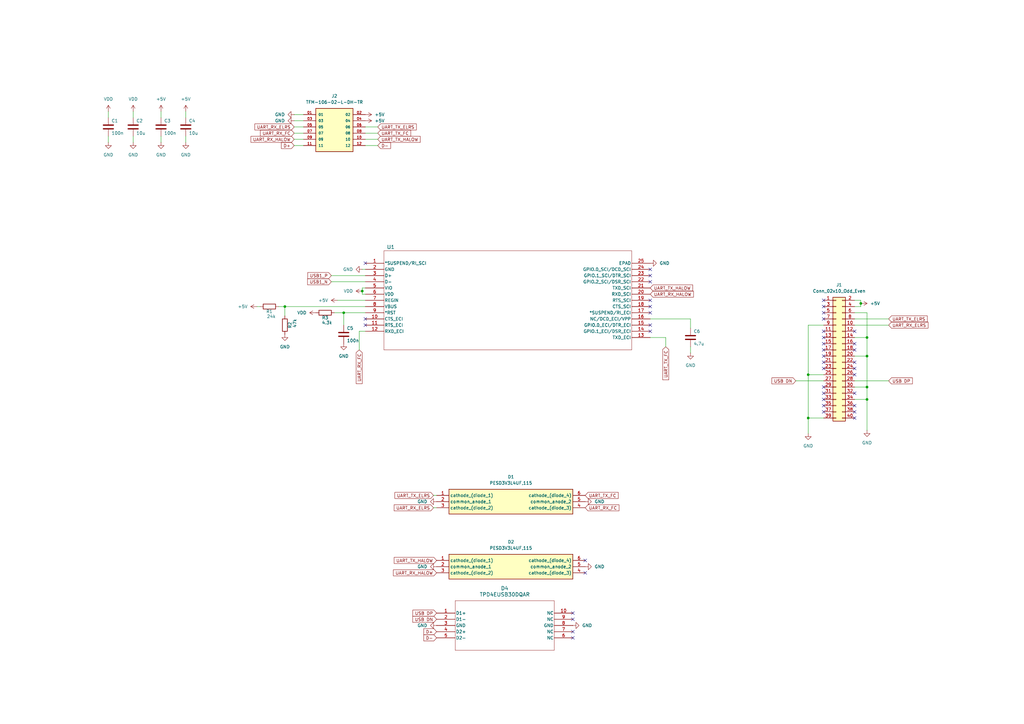
<source format=kicad_sch>
(kicad_sch (version 20231120) (generator "eeschema") (generator_version "8.0")
  (paper "A3")
  (title_block (title "UART_HUB") (date "2024-08-16") (rev "V1.1") (company "UART_HUB"))
  (lib_symbols
    (symbol "+3.3V_4" (power) (pin_names (offset 0))
      (property "Value" "+3.3V" (at 0 3.556 0))
      (symbol "+3.3V_4_0_1"
        (polyline (pts (xy -0.762 1.27) (xy 0 2.54)))
        (polyline (pts (xy 0 0) (xy 0 2.54)))
        (polyline (pts (xy 0 2.54) (xy 0.762 1.27)))
      )
      (symbol "+3.3V_4_1_1"
        (pin power_in line (at 0 0 90) (length 0) hide (name "+3.3V") (number "1"))
      )
    )
    (symbol "CP2105:CP2105-F01-GM" (pin_names (offset 0.254))
      (property "Reference" "U1" (at 58.42 10.16 0))
      (property "Value" "CP2105-F01-GM" (at 58.42 7.62 0))
      (symbol "CP2105-F01-GM_0_1"
        (polyline (pts (xy 7.62 -35.56) (xy 109.22 -35.56)) (stroke (width 0.127)))
        (polyline (pts (xy 7.62 5.08) (xy 7.62 -35.56)) (stroke (width 0.127)))
        (polyline (pts (xy 109.22 -35.56) (xy 109.22 5.08)) (stroke (width 0.127)))
        (polyline (pts (xy 109.22 5.08) (xy 7.62 5.08)) (stroke (width 0.127)))
        (pin bidirectional line (at 0 0 0) (length 7.62) (name "*SUSPEND/RI_SCI") (number "1"))
        (pin input line (at 0 -22.86 0) (length 7.62) (name "CTS_ECI") (number "10"))
        (pin output line (at 0 -25.4 0) (length 7.62) (name "RTS_ECI") (number "11"))
        (pin input line (at 0 -27.94 0) (length 7.62) (name "RXD_ECI") (number "12"))
        (pin output line (at 116.84 -30.48 180) (length 7.62) (name "TXD_ECI") (number "13"))
        (pin bidirectional line (at 116.84 -27.94 180) (length 7.62) (name "GPIO.1_ECI/DSR_ECI") (number "14"))
        (pin bidirectional line (at 116.84 -25.4 180) (length 7.62) (name "GPIO.0_ECI/DTR_ECI") (number "15"))
        (pin bidirectional line (at 116.84 -22.86 180) (length 7.62) (name "NC/DCD_ECI/VPP") (number "16"))
        (pin bidirectional line (at 116.84 -20.32 180) (length 7.62) (name "*SUSPEND/RI_ECI") (number "17"))
        (pin input line (at 116.84 -17.78 180) (length 7.62) (name "CTS_SCI") (number "18"))
        (pin output line (at 116.84 -15.24 180) (length 7.62) (name "RTS_SCI") (number "19"))
        (pin power_in line (at 0 -2.54 0) (length 7.62) (name "GND") (number "2"))
        (pin input line (at 116.84 -12.7 180) (length 7.62) (name "RXD_SCI") (number "20"))
        (pin output line (at 116.84 -10.16 180) (length 7.62) (name "TXD_SCI") (number "21"))
        (pin bidirectional line (at 116.84 -7.62 180) (length 7.62) (name "GPIO.2_SCI/DSR_SCI") (number "22"))
        (pin bidirectional line (at 116.84 -5.08 180) (length 7.62) (name "GPIO.1_SCI/DTR_SCI") (number "23"))
        (pin bidirectional line (at 116.84 -2.54 180) (length 7.62) (name "GPIO.0_SCI/DCD_SCI") (number "24"))
        (pin bidirectional line (at 0 -5.08 0) (length 7.62) (name "D+") (number "3"))
        (pin bidirectional line (at 0 -7.62 0) (length 7.62) (name "D-") (number "4"))
        (pin bidirectional line (at 0 -10.16 0) (length 7.62) (name "VIO") (number "5"))
        (pin power_in line (at 0 -12.7 0) (length 7.62) (name "VDD") (number "6"))
        (pin input line (at 0 -15.24 0) (length 7.62) (name "REGIN") (number "7"))
        (pin input line (at 0 -17.78 0) (length 7.62) (name "VBUS") (number "8"))
        (pin bidirectional line (at 0 -20.32 0) (length 7.62) (name "*RST") (number "9"))
      )
      (symbol "CP2105-F01-GM_1_1"
        (pin passive line (at 116.84 0 180) (length 7.62) (name "EPAD") (number "25"))
      )
    )
    (symbol "C_1" (pin_numbers hide) (pin_names (offset 0.254) hide)
      (property "Reference" "C" (at 0.635 2.54 0))
      (property "Value" "C" (at 0.635 -2.54 0))
      (symbol "C_1_0_1"
        (polyline (pts (xy -2.032 -0.762) (xy 2.032 -0.762)) (stroke (width 0.508)))
        (polyline (pts (xy -2.032 0.762) (xy 2.032 0.762)) (stroke (width 0.508)))
      )
      (symbol "C_1_1_1"
        (pin passive line (at 0 3.81 270) (length 2.794) (name "~") (number "1"))
        (pin passive line (at 0 -3.81 90) (length 2.794) (name "~") (number "2"))
      )
    )
    (symbol "C_2" (pin_numbers hide) (pin_names (offset 0.254) hide)
      (property "Reference" "C" (at 0.635 2.54 0))
      (property "Value" "C" (at 0.635 -2.54 0))
      (symbol "C_2_0_1"
        (polyline (pts (xy -2.032 -0.762) (xy 2.032 -0.762)) (stroke (width 0.508)))
        (polyline (pts (xy -2.032 0.762) (xy 2.032 0.762)) (stroke (width 0.508)))
      )
      (symbol "C_2_1_1"
        (pin passive line (at 0 3.81 270) (length 2.794) (name "~") (number "1"))
        (pin passive line (at 0 -3.81 90) (length 2.794) (name "~") (number "2"))
      )
    )
    (symbol "Connector_Generic:Conn_02x20_Odd_Even" (pin_names (offset 1.016) hide)
      (property "Reference" "J" (at 1.27 25.4 0))
      (property "Value" "Conn_02x20_Odd_Even" (at 1.27 -27.94 0))
      (symbol "Conn_02x20_Odd_Even_1_1"
        (rectangle (start -1.27 -25.273) (end 0 -25.527) (stroke (width 0.1524)))
        (rectangle (start -1.27 -22.733) (end 0 -22.987) (stroke (width 0.1524)))
        (rectangle (start -1.27 -20.193) (end 0 -20.447) (stroke (width 0.1524)))
        (rectangle (start -1.27 -17.653) (end 0 -17.907) (stroke (width 0.1524)))
        (rectangle (start -1.27 -15.113) (end 0 -15.367) (stroke (width 0.1524)))
        (rectangle (start -1.27 -12.573) (end 0 -12.827) (stroke (width 0.1524)))
        (rectangle (start -1.27 -10.033) (end 0 -10.287) (stroke (width 0.1524)))
        (rectangle (start -1.27 -7.493) (end 0 -7.747) (stroke (width 0.1524)))
        (rectangle (start -1.27 -4.953) (end 0 -5.207) (stroke (width 0.1524)))
        (rectangle (start -1.27 -2.413) (end 0 -2.667) (stroke (width 0.1524)))
        (rectangle (start -1.27 0.127) (end 0 -0.127) (stroke (width 0.1524)))
        (rectangle (start -1.27 2.667) (end 0 2.413) (stroke (width 0.1524)))
        (rectangle (start -1.27 5.207) (end 0 4.953) (stroke (width 0.1524)))
        (rectangle (start -1.27 7.747) (end 0 7.493) (stroke (width 0.1524)))
        (rectangle (start -1.27 10.287) (end 0 10.033) (stroke (width 0.1524)))
        (rectangle (start -1.27 12.827) (end 0 12.573) (stroke (width 0.1524)))
        (rectangle (start -1.27 15.367) (end 0 15.113) (stroke (width 0.1524)))
        (rectangle (start -1.27 17.907) (end 0 17.653) (stroke (width 0.1524)))
        (rectangle (start -1.27 20.447) (end 0 20.193) (stroke (width 0.1524)))
        (rectangle (start -1.27 22.987) (end 0 22.733) (stroke (width 0.1524)))
        (rectangle (start -1.27 24.13) (end 3.81 -26.67) (stroke (width 0.254)) (fill (type background)))
        (rectangle (start 3.81 -25.273) (end 2.54 -25.527) (stroke (width 0.1524)))
        (rectangle (start 3.81 -22.733) (end 2.54 -22.987) (stroke (width 0.1524)))
        (rectangle (start 3.81 -20.193) (end 2.54 -20.447) (stroke (width 0.1524)))
        (rectangle (start 3.81 -17.653) (end 2.54 -17.907) (stroke (width 0.1524)))
        (rectangle (start 3.81 -15.113) (end 2.54 -15.367) (stroke (width 0.1524)))
        (rectangle (start 3.81 -12.573) (end 2.54 -12.827) (stroke (width 0.1524)))
        (rectangle (start 3.81 -10.033) (end 2.54 -10.287) (stroke (width 0.1524)))
        (rectangle (start 3.81 -7.493) (end 2.54 -7.747) (stroke (width 0.1524)))
        (rectangle (start 3.81 -4.953) (end 2.54 -5.207) (stroke (width 0.1524)))
        (rectangle (start 3.81 -2.413) (end 2.54 -2.667) (stroke (width 0.1524)))
        (rectangle (start 3.81 0.127) (end 2.54 -0.127) (stroke (width 0.1524)))
        (rectangle (start 3.81 2.667) (end 2.54 2.413) (stroke (width 0.1524)))
        (rectangle (start 3.81 5.207) (end 2.54 4.953) (stroke (width 0.1524)))
        (rectangle (start 3.81 7.747) (end 2.54 7.493) (stroke (width 0.1524)))
        (rectangle (start 3.81 10.287) (end 2.54 10.033) (stroke (width 0.1524)))
        (rectangle (start 3.81 12.827) (end 2.54 12.573) (stroke (width 0.1524)))
        (rectangle (start 3.81 15.367) (end 2.54 15.113) (stroke (width 0.1524)))
        (rectangle (start 3.81 17.907) (end 2.54 17.653) (stroke (width 0.1524)))
        (rectangle (start 3.81 20.447) (end 2.54 20.193) (stroke (width 0.1524)))
        (rectangle (start 3.81 22.987) (end 2.54 22.733) (stroke (width 0.1524)))
        (pin passive line (at -5.08 22.86 0) (length 3.81) (name "Pin_1") (number "1"))
        (pin passive line (at 7.62 12.7 180) (length 3.81) (name "Pin_10") (number "10"))
        (pin passive line (at -5.08 10.16 0) (length 3.81) (name "Pin_11") (number "11"))
        (pin passive line (at 7.62 10.16 180) (length 3.81) (name "Pin_12") (number "12"))
        (pin passive line (at -5.08 7.62 0) (length 3.81) (name "Pin_13") (number "13"))
        (pin passive line (at 7.62 7.62 180) (length 3.81) (name "Pin_14") (number "14"))
        (pin passive line (at -5.08 5.08 0) (length 3.81) (name "Pin_15") (number "15"))
        (pin passive line (at 7.62 5.08 180) (length 3.81) (name "Pin_16") (number "16"))
        (pin passive line (at -5.08 2.54 0) (length 3.81) (name "Pin_17") (number "17"))
        (pin passive line (at 7.62 2.54 180) (length 3.81) (name "Pin_18") (number "18"))
        (pin passive line (at -5.08 0 0) (length 3.81) (name "Pin_19") (number "19"))
        (pin passive line (at 7.62 22.86 180) (length 3.81) (name "Pin_2") (number "2"))
        (pin passive line (at 7.62 0 180) (length 3.81) (name "Pin_20") (number "20"))
        (pin passive line (at -5.08 -2.54 0) (length 3.81) (name "Pin_21") (number "21"))
        (pin passive line (at 7.62 -2.54 180) (length 3.81) (name "Pin_22") (number "22"))
        (pin passive line (at -5.08 -5.08 0) (length 3.81) (name "Pin_23") (number "23"))
        (pin passive line (at 7.62 -5.08 180) (length 3.81) (name "Pin_24") (number "24"))
        (pin passive line (at -5.08 -7.62 0) (length 3.81) (name "Pin_25") (number "25"))
        (pin passive line (at 7.62 -7.62 180) (length 3.81) (name "Pin_26") (number "26"))
        (pin passive line (at -5.08 -10.16 0) (length 3.81) (name "Pin_27") (number "27"))
        (pin passive line (at 7.62 -10.16 180) (length 3.81) (name "Pin_28") (number "28"))
        (pin passive line (at -5.08 -12.7 0) (length 3.81) (name "Pin_29") (number "29"))
        (pin passive line (at -5.08 20.32 0) (length 3.81) (name "Pin_3") (number "3"))
        (pin passive line (at 7.62 -12.7 180) (length 3.81) (name "Pin_30") (number "30"))
        (pin passive line (at -5.08 -15.24 0) (length 3.81) (name "Pin_31") (number "31"))
        (pin passive line (at 7.62 -15.24 180) (length 3.81) (name "Pin_32") (number "32"))
        (pin passive line (at -5.08 -17.78 0) (length 3.81) (name "Pin_33") (number "33"))
        (pin passive line (at 7.62 -17.78 180) (length 3.81) (name "Pin_34") (number "34"))
        (pin passive line (at -5.08 -20.32 0) (length 3.81) (name "Pin_35") (number "35"))
        (pin passive line (at 7.62 -20.32 180) (length 3.81) (name "Pin_36") (number "36"))
        (pin passive line (at -5.08 -22.86 0) (length 3.81) (name "Pin_37") (number "37"))
        (pin passive line (at 7.62 -22.86 180) (length 3.81) (name "Pin_38") (number "38"))
        (pin passive line (at -5.08 -25.4 0) (length 3.81) (name "Pin_39") (number "39"))
        (pin passive line (at 7.62 20.32 180) (length 3.81) (name "Pin_4") (number "4"))
        (pin passive line (at 7.62 -25.4 180) (length 3.81) (name "Pin_40") (number "40"))
        (pin passive line (at -5.08 17.78 0) (length 3.81) (name "Pin_5") (number "5"))
        (pin passive line (at 7.62 17.78 180) (length 3.81) (name "Pin_6") (number "6"))
        (pin passive line (at -5.08 15.24 0) (length 3.81) (name "Pin_7") (number "7"))
        (pin passive line (at 7.62 15.24 180) (length 3.81) (name "Pin_8") (number "8"))
        (pin passive line (at -5.08 12.7 0) (length 3.81) (name "Pin_9") (number "9"))
      )
    )
    (symbol "Device:C" (pin_numbers hide) (pin_names (offset 0.254))
      (property "Reference" "C" (at 0.635 2.54 0))
      (property "Value" "C" (at 0.635 -2.54 0))
      (symbol "C_0_1"
        (polyline (pts (xy -2.032 -0.762) (xy 2.032 -0.762)) (stroke (width 0.508)))
        (polyline (pts (xy -2.032 0.762) (xy 2.032 0.762)) (stroke (width 0.508)))
      )
      (symbol "C_1_1"
        (pin passive line (at 0 3.81 270) (length 2.794) (name "~") (number "1"))
        (pin passive line (at 0 -3.81 90) (length 2.794) (name "~") (number "2"))
      )
    )
    (symbol "Device:R" (pin_numbers hide) (pin_names (offset 0))
      (property "Reference" "R" (at 2.032 0 90))
      (property "Value" "R" (at 0 0 90))
      (symbol "R_0_1"
        (rectangle (start -1.016 -2.54) (end 1.016 2.54) (stroke (width 0.254)))
      )
      (symbol "R_1_1"
        (pin passive line (at 0 3.81 270) (length 1.27) (name "~") (number "1"))
        (pin passive line (at 0 -3.81 90) (length 1.27) (name "~") (number "2"))
      )
    )
    (symbol "PESD3V3L4UF,115:PESD3V3L4UF,115"
      (property "Reference" "D" (at 57.15 7.62 0))
      (property "Value" "PESD3V3L4UF,115" (at 57.15 5.08 0))
      (symbol "PESD3V3L4UF,115_1_1"
        (rectangle (start 5.08 2.54) (end 55.88 -7.62) (stroke (width 0.254)) (fill (type background)))
        (pin passive line (at 0 0 0) (length 5.08) (name "cathode_(diode_1)") (number "1"))
        (pin passive line (at 0 -2.54 0) (length 5.08) (name "common_anode_1") (number "2"))
        (pin passive line (at 0 -5.08 0) (length 5.08) (name "cathode_(diode_2)") (number "3"))
        (pin passive line (at 60.96 -5.08 180) (length 5.08) (name "cathode_(diode_3)") (number "4"))
        (pin passive line (at 60.96 -2.54 180) (length 5.08) (name "common_anode_2") (number "5"))
        (pin passive line (at 60.96 0 180) (length 5.08) (name "cathode_(diode_4)") (number "6"))
      )
    )
    (symbol "TFM-106-02-L-DH-TR:TFM-106-02-L-DH-TR" (pin_names (offset 1.016))
      (property "Reference" "J" (at -8.12 8.736 0))
      (property "Value" "TFM-106-02-L-DH-TR" (at -7.62 -12.7 0))
      (symbol "TFM-106-02-L-DH-TR_0_0"
        (rectangle (start -7.62 -10.16) (end 7.62 7.62) (stroke (width 0.254)) (fill (type background)))
        (pin passive line (at -12.7 5.08 0) (length 5.08) (name "01") (number "01"))
        (pin passive line (at 12.7 5.08 180) (length 5.08) (name "02") (number "02"))
        (pin passive line (at -12.7 2.54 0) (length 5.08) (name "03") (number "03"))
        (pin passive line (at 12.7 2.54 180) (length 5.08) (name "04") (number "04"))
        (pin passive line (at -12.7 0 0) (length 5.08) (name "05") (number "05"))
        (pin passive line (at 12.7 0 180) (length 5.08) (name "06") (number "06"))
        (pin passive line (at -12.7 -2.54 0) (length 5.08) (name "07") (number "07"))
        (pin passive line (at 12.7 -2.54 180) (length 5.08) (name "08") (number "08"))
        (pin passive line (at -12.7 -5.08 0) (length 5.08) (name "09") (number "09"))
        (pin passive line (at 12.7 -5.08 180) (length 5.08) (name "10") (number "10"))
        (pin passive line (at -12.7 -7.62 0) (length 5.08) (name "11") (number "11"))
        (pin passive line (at 12.7 -7.62 180) (length 5.08) (name "12") (number "12"))
      )
    )
    (symbol "TPD4EUSB30DQAR:TPD4EUSB30DQAR" (pin_names (offset 0.254))
      (property "Reference" "U" (at 27.94 10.16 0))
      (property "Value" "TPD4EUSB30DQAR" (at 27.94 7.62 0))
      (symbol "TPD4EUSB30DQAR_0_1"
        (polyline (pts (xy 7.62 -15.24) (xy 48.26 -15.24)) (stroke (width 0.127)))
        (polyline (pts (xy 7.62 5.08) (xy 7.62 -15.24)) (stroke (width 0.127)))
        (polyline (pts (xy 48.26 -15.24) (xy 48.26 5.08)) (stroke (width 0.127)))
        (polyline (pts (xy 48.26 5.08) (xy 7.62 5.08)) (stroke (width 0.127)))
        (pin unspecified line (at 0 0 0) (length 7.62) (name "D1+") (number "1"))
        (pin unspecified line (at 55.88 0 180) (length 7.62) (name "NC") (number "10"))
        (pin unspecified line (at 0 -2.54 0) (length 7.62) (name "D1-") (number "2"))
        (pin power_in line (at 0 -5.08 0) (length 7.62) (name "GND") (number "3"))
        (pin unspecified line (at 0 -7.62 0) (length 7.62) (name "D2+") (number "4"))
        (pin unspecified line (at 0 -10.16 0) (length 7.62) (name "D2-") (number "5"))
        (pin unspecified line (at 55.88 -10.16 180) (length 7.62) (name "NC") (number "6"))
        (pin unspecified line (at 55.88 -7.62 180) (length 7.62) (name "NC") (number "7"))
        (pin power_in line (at 55.88 -5.08 180) (length 7.62) (name "GND") (number "8"))
        (pin unspecified line (at 55.88 -2.54 180) (length 7.62) (name "NC") (number "9"))
      )
    )
    (symbol "power:+5VD" (power) (pin_numbers hide) (pin_names (offset 0) hide)
      (property "Value" "+5VD" (at 0 3.556 0))
      (symbol "+5VD_0_1"
        (polyline (pts (xy -0.762 1.27) (xy 0 2.54)))
        (polyline (pts (xy 0 0) (xy 0 2.54)))
        (polyline (pts (xy 0 2.54) (xy 0.762 1.27)))
      )
      (symbol "+5VD_1_1"
        (pin power_in line (at 0 0 90) (length 0) (name "~") (number "1"))
      )
    )
    (symbol "power:GND" (power) (pin_numbers hide) (pin_names (offset 0) hide)
      (property "Value" "GND" (at 0 -3.81 0))
      (symbol "GND_0_1"
        (polyline (pts (xy 0 0) (xy 0 -1.27) (xy 1.27 -1.27) (xy 0 -2.54) (xy -1.27 -1.27) (xy 0 -1.27)))
      )
      (symbol "GND_1_1"
        (pin power_in line (at 0 0 270) (length 0) (name "~") (number "1"))
      )
    )
  )
  (junction (at 355.6 146.05))
  (junction (at 148.59 119.38))
  (junction (at 331.47 153.67))
  (junction (at 355.6 163.83))
  (junction (at 353.06 124.46))
  (junction (at 355.6 158.75))
  (junction (at 331.47 171.45))
  (junction (at 116.84 125.73))
  (junction (at 355.6 138.43))
  (junction (at 140.97 128.27))
  (no_connect (at 240.03 229.87))
  (no_connect (at 350.52 153.67))
  (no_connect (at 337.82 166.37))
  (no_connect (at 234.95 254))
  (no_connect (at 266.7 115.57))
  (no_connect (at 337.82 158.75))
  (no_connect (at 266.7 135.89))
  (no_connect (at 350.52 161.29))
  (no_connect (at 350.52 166.37))
  (no_connect (at 266.7 128.27))
  (no_connect (at 266.7 123.19))
  (no_connect (at 337.82 125.73))
  (no_connect (at 350.52 135.89))
  (no_connect (at 337.82 161.29))
  (no_connect (at 337.82 135.89))
  (no_connect (at 234.95 251.46))
  (no_connect (at 266.7 113.03))
  (no_connect (at 350.52 148.59))
  (no_connect (at 350.52 140.97))
  (no_connect (at 266.7 133.35))
  (no_connect (at 337.82 163.83))
  (no_connect (at 266.7 125.73))
  (no_connect (at 337.82 143.51))
  (no_connect (at 240.03 234.95))
  (no_connect (at 337.82 151.13))
  (no_connect (at 350.52 168.91))
  (no_connect (at 337.82 130.81))
  (no_connect (at 337.82 138.43))
  (no_connect (at 337.82 168.91))
  (no_connect (at 337.82 148.59))
  (no_connect (at 149.86 133.35))
  (no_connect (at 337.82 128.27))
  (no_connect (at 350.52 171.45))
  (no_connect (at 350.52 151.13))
  (no_connect (at 266.7 110.49))
  (no_connect (at 350.52 143.51))
  (no_connect (at 337.82 146.05))
  (no_connect (at 234.95 259.08))
  (no_connect (at 149.86 130.81))
  (no_connect (at 149.86 107.95))
  (no_connect (at 234.95 261.62))
  (no_connect (at 337.82 140.97))
  (no_connect (at 337.82 123.19))
  (wire (pts (xy 116.84 129.54) (xy 116.84 125.73)))
  (wire (pts (xy 154.94 54.61) (xy 149.86 54.61)))
  (wire (pts (xy 350.52 156.21) (xy 364.49 156.21)))
  (wire (pts (xy 54.61 45.72) (xy 54.61 48.26)))
  (wire (pts (xy 148.59 110.49) (xy 149.86 110.49)))
  (wire (pts (xy 76.2 58.42) (xy 76.2 55.88)))
  (wire (pts (xy 355.6 146.05) (xy 355.6 158.75)))
  (wire (pts (xy 331.47 153.67) (xy 331.47 171.45)))
  (wire (pts (xy 353.06 125.73) (xy 350.52 125.73)))
  (wire (pts (xy 137.16 128.27) (xy 140.97 128.27)))
  (wire (pts (xy 331.47 171.45) (xy 331.47 177.8)))
  (wire (pts (xy 355.6 138.43) (xy 355.6 146.05)))
  (wire (pts (xy 54.61 58.42) (xy 54.61 55.88)))
  (wire (pts (xy 355.6 163.83) (xy 355.6 176.53)))
  (wire (pts (xy 331.47 171.45) (xy 337.82 171.45)))
  (wire (pts (xy 350.52 130.81) (xy 364.49 130.81)))
  (wire (pts (xy 135.89 113.03) (xy 149.86 113.03)))
  (wire (pts (xy 147.32 143.51) (xy 147.32 135.89)))
  (wire (pts (xy 355.6 128.27) (xy 355.6 138.43)))
  (wire (pts (xy 355.6 158.75) (xy 355.6 163.83)))
  (wire (pts (xy 331.47 133.35) (xy 331.47 153.67)))
  (wire (pts (xy 350.52 128.27) (xy 355.6 128.27)))
  (wire (pts (xy 148.59 118.11) (xy 148.59 119.38)))
  (wire (pts (xy 177.8 208.28) (xy 179.07 208.28)))
  (wire (pts (xy 154.94 57.15) (xy 149.86 57.15)))
  (wire (pts (xy 177.8 203.2) (xy 179.07 203.2)))
  (wire (pts (xy 350.52 123.19) (xy 353.06 123.19)))
  (wire (pts (xy 120.65 59.69) (xy 124.46 59.69)))
  (wire (pts (xy 116.84 125.73) (xy 114.3 125.73)))
  (wire (pts (xy 273.05 138.43) (xy 266.7 138.43)))
  (wire (pts (xy 331.47 153.67) (xy 337.82 153.67)))
  (wire (pts (xy 135.89 115.57) (xy 149.86 115.57)))
  (wire (pts (xy 76.2 45.72) (xy 76.2 48.26)))
  (wire (pts (xy 147.32 135.89) (xy 149.86 135.89)))
  (wire (pts (xy 105.41 125.73) (xy 106.68 125.73)))
  (wire (pts (xy 283.21 130.81) (xy 283.21 134.62)))
  (wire (pts (xy 266.7 130.81) (xy 283.21 130.81)))
  (wire (pts (xy 44.45 58.42) (xy 44.45 55.88)))
  (wire (pts (xy 326.39 156.21) (xy 337.82 156.21)))
  (wire (pts (xy 350.52 158.75) (xy 355.6 158.75)))
  (wire (pts (xy 350.52 133.35) (xy 364.49 133.35)))
  (wire (pts (xy 350.52 163.83) (xy 355.6 163.83)))
  (wire (pts (xy 116.84 125.73) (xy 149.86 125.73)))
  (wire (pts (xy 350.52 146.05) (xy 355.6 146.05)))
  (wire (pts (xy 120.65 57.15) (xy 124.46 57.15)))
  (wire (pts (xy 148.59 118.11) (xy 149.86 118.11)))
  (wire (pts (xy 66.04 45.72) (xy 66.04 48.26)))
  (wire (pts (xy 120.65 52.07) (xy 124.46 52.07)))
  (wire (pts (xy 350.52 138.43) (xy 355.6 138.43)))
  (wire (pts (xy 120.65 46.99) (xy 124.46 46.99)))
  (wire (pts (xy 337.82 133.35) (xy 331.47 133.35)))
  (wire (pts (xy 154.94 52.07) (xy 149.86 52.07)))
  (wire (pts (xy 273.05 138.43) (xy 273.05 142.24)))
  (wire (pts (xy 283.21 144.78) (xy 283.21 142.24)))
  (wire (pts (xy 140.97 128.27) (xy 149.86 128.27)))
  (wire (pts (xy 44.45 45.72) (xy 44.45 48.26)))
  (wire (pts (xy 154.94 59.69) (xy 149.86 59.69)))
  (wire (pts (xy 149.86 120.65) (xy 148.59 120.65)))
  (wire (pts (xy 66.04 55.88) (xy 66.04 58.42)))
  (wire (pts (xy 140.97 128.27) (xy 140.97 133.35)))
  (wire (pts (xy 353.06 124.46) (xy 353.06 125.73)))
  (wire (pts (xy 120.65 54.61) (xy 124.46 54.61)))
  (wire (pts (xy 138.43 123.19) (xy 149.86 123.19)))
  (wire (pts (xy 148.59 119.38) (xy 148.59 120.65)))
  (wire (pts (xy 353.06 123.19) (xy 353.06 124.46)))
  (wire (pts (xy 120.65 49.53) (xy 124.46 49.53)))
  (global_label "USB DP" (shape input) (at 179.07 251.46 180) (property "Intersheetrefs" "${INTERSHEET_REFS}" (effects (hide yes))))
  (global_label "UART_RX_ELRS" (shape input) (at 120.65 52.07 180) (property "Intersheetrefs" "${INTERSHEET_REFS}" (effects (hide yes))))
  (global_label "UART_RX_ELRS" (shape input) (at 177.8 208.28 180) (property "Intersheetrefs" "${INTERSHEET_REFS}" (effects (hide yes))))
  (global_label "UART_TX_FC" (shape input) (at 154.94 54.61 0) (property "Intersheetrefs" "${INTERSHEET_REFS}" (effects (hide yes))))
  (global_label "UART_RX_FC" (shape input) (at 240.03 208.28 0) (property "Intersheetrefs" "${INTERSHEET_REFS}" (effects (hide yes))))
  (global_label "USB DP" (shape input) (at 364.49 156.21 0) (property "Intersheetrefs" "${INTERSHEET_REFS}" (effects (hide yes))))
  (global_label "USB1_P" (shape input) (at 135.89 113.03 180) (property "Intersheetrefs" "${INTERSHEET_REFS}" (effects (hide yes))))
  (global_label "D+" (shape input) (at 120.65 59.69 180) (property "Intersheetrefs" "${INTERSHEET_REFS}" (effects (hide yes))))
  (global_label "UART_TX_HALOW" (shape input) (at 179.07 229.87 180) (property "Intersheetrefs" "${INTERSHEET_REFS}" (effects (hide yes))))
  (global_label "UART_TX_ELRS" (shape input) (at 154.94 52.07 0) (property "Intersheetrefs" "${INTERSHEET_REFS}" (effects (hide yes))))
  (global_label "UART_TX_ELRS" (shape input) (at 177.8 203.2 180) (property "Intersheetrefs" "${INTERSHEET_REFS}" (effects (hide yes))))
  (global_label "UART_RX_HALOW" (shape input) (at 266.7 120.65 0) (property "Intersheetrefs" "${INTERSHEET_REFS}" (effects (hide yes))))
  (global_label "UART_TX_FC" (shape input) (at 273.05 142.24 270) (property "Intersheetrefs" "${INTERSHEET_REFS}" (effects (hide yes))))
  (global_label "UART_TX_HALOW" (shape input) (at 154.94 57.15 0) (property "Intersheetrefs" "${INTERSHEET_REFS}" (effects (hide yes))))
  (global_label "UART_TX_FC" (shape input) (at 240.03 203.2 0) (property "Intersheetrefs" "${INTERSHEET_REFS}" (effects (hide yes))))
  (global_label "USB1_N" (shape input) (at 135.89 115.57 180) (property "Intersheetrefs" "${INTERSHEET_REFS}" (effects (hide yes))))
  (global_label "UART_RX_HALOW" (shape input) (at 179.07 234.95 180) (property "Intersheetrefs" "${INTERSHEET_REFS}" (effects (hide yes))))
  (global_label "UART_TX_ELRS" (shape input) (at 364.49 130.81 0) (property "Intersheetrefs" "${INTERSHEET_REFS}" (effects (hide yes))))
  (global_label "UART_RX_FC" (shape input) (at 120.65 54.61 180) (property "Intersheetrefs" "${INTERSHEET_REFS}" (effects (hide yes))))
  (global_label "UART_RX_FC" (shape input) (at 147.32 143.51 270) (property "Intersheetrefs" "${INTERSHEET_REFS}" (effects (hide yes))))
  (global_label "UART_RX_HALOW" (shape input) (at 120.65 57.15 180) (property "Intersheetrefs" "${INTERSHEET_REFS}" (effects (hide yes))))
  (global_label "D-" (shape input) (at 179.07 261.62 180) (property "Intersheetrefs" "${INTERSHEET_REFS}" (effects (hide yes))))
  (global_label "D-" (shape input) (at 154.94 59.69 0) (property "Intersheetrefs" "${INTERSHEET_REFS}" (effects (hide yes))))
  (global_label "UART_RX_ELRS" (shape input) (at 364.49 133.35 0) (property "Intersheetrefs" "${INTERSHEET_REFS}" (effects (hide yes))))
  (global_label "UART_TX_HALOW" (shape input) (at 266.7 118.11 0) (property "Intersheetrefs" "${INTERSHEET_REFS}" (effects (hide yes))))
  (global_label "USB DN" (shape input) (at 179.07 254 180) (property "Intersheetrefs" "${INTERSHEET_REFS}" (effects (hide yes))))
  (global_label "USB DN" (shape input) (at 326.39 156.21 180) (property "Intersheetrefs" "${INTERSHEET_REFS}" (effects (hide yes))))
  (global_label "D+" (shape input) (at 179.07 259.08 180) (property "Intersheetrefs" "${INTERSHEET_REFS}" (effects (hide yes))))
  (symbol (lib_id "Device:C") (at 44.45 52.07 0) (unit 1)
    (property "Reference" "C1" (at 45.72 49.53 0) (effects (justify left)))
    (property "Value" "100n" (at 45.72 54.61 0) (effects (justify left)))
    (property "Footprint" "Capacitor_SMD:C_0201_0603Metric" (effects (hide yes)))
    (property "Description" "Capacitor" (effects (hide yes)))
    (property "Part" "CL10B104KB8NNWC" (effects (hide yes)))
  )
  (symbol (lib_id "Device:R") (at 116.84 133.35 180) (unit 1)
    (property "Reference" "R2" (at 118.872 133.35 90))
    (property "Value" "47k" (at 120.904 132.588 90))
    (property "Footprint" "Resistor_SMD:R_0201_0603Metric" (effects (hide yes)))
    (property "Description" "Resistor" (effects (hide yes)))
    (property "Part" "0201WMF4702TEE" (effects (hide yes)))
  )
  (symbol (lib_id "PESD3V3L4UF,115:PESD3V3L4UF,115") (at 179.07 203.2 0) (unit 1)
    (property "Reference" "D1" (at 209.55 195.58 0))
    (property "Value" "PESD3V3L4UF,115" (at 209.55 198.12 0))
    (property "Footprint" "PESD3V3L4UF,115:PESD3V3L5UF115" (effects (hide yes)))
    (property "Datasheet" "https://assets.nexperia.com/documents/data-sheet/PESDXL4UF_G_W.pdf" (effects (hide yes)))
    (property "Description" "Low capacitance unidirectional quadruple ESD protection diode arrays" (effects (hide yes)))
    (property "Height" "0.5" (effects (hide yes)))
    (property "Manufacturer_Name" "Nexperia" (effects (hide yes)))
    (property "Manufacturer_Part_Number" "PESD3V3L4UF,115" (effects (hide yes)))
    (property "Mouser Part Number" "771-PESD3V3L4UFT/R" (effects (hide yes)))
    (property "Mouser Price/Stock" "https://www.mouser.co.uk/ProductDetail/Nexperia/PESD3V3L4UF115?qs=LOCUfHb8d9tNJS4807IAKw%3D%3D" (effects (hide yes)))
    (property "Arrow Part Number" "PESD3V3L4UF,115" (effects (hide yes)))
    (property "Arrow Price/Stock" "https://www.arrow.com/en/products/pesd3v3l4uf115/nexperia?region=europe" (effects (hide yes)))
  )
  (symbol (lib_name "C_2") (lib_id "Device:C") (at 76.2 52.07 0) (unit 1)
    (property "Reference" "C4" (at 77.47 49.53 0) (effects (justify left)))
    (property "Value" "10u" (at 77.47 54.61 0) (effects (justify left)))
    (property "Footprint" "Capacitor_SMD:C_0805_2012Metric" (effects (hide yes)))
    (property "Description" "Capacitor" (effects (hide yes)))
    (property "Part" "CL21A106KOQNNNE" (effects (hide yes)))
  )
  (symbol (lib_id "Device:R") (at 133.35 128.27 90) (unit 1)
    (property "Reference" "R3" (at 133.35 130.302 90))
    (property "Value" "4.3k" (at 134.112 132.334 90))
    (property "Footprint" "Resistor_SMD:R_0201_0603Metric" (effects (hide yes)))
    (property "Description" "Resistor" (effects (hide yes)))
    (property "Part" "RNCP0603FTD1K00" (effects (hide yes)))
  )
  (symbol (lib_id "power:GND") (at 355.6 176.53 0) (unit 1)
    (property "Reference" "#PWR040" (effects (hide yes)))
    (property "Value" "GND" (at 355.6 181.61 0))
    (property "Description" "Power symbol creates a global label with name \"GND\" , ground" (effects (hide yes)))
  )
  (symbol (lib_id "power:GND") (at 179.07 256.54 270) (unit 1)
    (property "Reference" "#PWR078" (effects (hide yes)))
    (property "Value" "GND" (at 175.26 256.5399 90) (effects (justify right)))
    (property "Description" "Power symbol creates a global label with name \"GND\" , ground" (effects (hide yes)))
  )
  (symbol (lib_id "power:GND") (at 234.95 256.54 90) (unit 1)
    (property "Reference" "#PWR079" (effects (hide yes)))
    (property "Value" "GND" (at 238.76 256.5399 90) (effects (justify right)))
    (property "Description" "Power symbol creates a global label with name \"GND\" , ground" (effects (hide yes)))
  )
  (symbol (lib_id "power:GND") (at 283.21 144.78 0) (unit 1)
    (property "Reference" "#PWR025" (effects (hide yes)))
    (property "Value" "GND" (at 283.21 149.86 0))
    (property "Description" "Power symbol creates a global label with name \"GND\" , ground" (effects (hide yes)))
  )
  (symbol (lib_id "power:GND") (at 240.03 205.74 90) (unit 1)
    (property "Reference" "#PWR020" (effects (hide yes)))
    (property "Value" "GND" (at 243.84 205.7399 90) (effects (justify right)))
    (property "Description" "Power symbol creates a global label with name \"GND\" , ground" (effects (hide yes)))
  )
  (symbol (lib_id "Device:C") (at 283.21 138.43 0) (unit 1)
    (property "Reference" "C6" (at 284.48 135.89 0) (effects (justify left)))
    (property "Value" "4.7u" (at 284.48 140.97 0) (effects (justify left)))
    (property "Footprint" "Capacitor_SMD:C_01005_0402Metric" (effects (hide yes)))
    (property "Description" "Capacitor" (effects (hide yes)))
    (property "Part" "CL05A475MO5NUNC" (effects (hide yes)))
  )
  (symbol (lib_id "power:GND") (at 120.65 49.53 270) (unit 1)
    (property "Reference" "#PWR019" (effects (hide yes)))
    (property "Value" "GND" (at 116.84 49.5299 90) (effects (justify right)))
    (property "Description" "Power symbol creates a global label with name \"GND\" , ground" (effects (hide yes)))
  )
  (symbol (lib_name "+3.3V_4") (lib_id "power:+3.3V") (at 138.43 123.19 90) (unit 1)
    (property "Reference" "#PWR014" (effects (hide yes)))
    (property "Value" "+5V" (at 134.62 123.1899 90) (effects (justify left)))
  )
  (symbol (lib_id "Device:C") (at 140.97 137.16 0) (unit 1)
    (property "Reference" "C5" (at 142.24 134.62 0) (effects (justify left)))
    (property "Value" "100n" (at 142.24 139.7 0) (effects (justify left)))
    (property "Footprint" "Capacitor_SMD:C_0201_0603Metric" (effects (hide yes)))
    (property "Description" "Capacitor" (effects (hide yes)))
    (property "Part" "CL10B104KB8NNWC" (effects (hide yes)))
  )
  (symbol (lib_id "TFM-106-02-L-DH-TR:TFM-106-02-L-DH-TR") (at 137.16 52.07 0) (unit 1)
    (property "Reference" "J2" (at 137.16 39.37 0))
    (property "Value" "TFM-106-02-L-DH-TR" (at 137.16 41.91 0))
    (property "Footprint" "TFM-106-02-L-DH-TR:SAMTEC_TFM-106-02-L-DH-TR" (effects (hide yes)))
    (property "PARTREV" "F" (effects (hide yes)))
    (property "STANDARD" "Manufacturer Recommendations" (effects (hide yes)))
    (property "MANUFACTURER" "SAMTEC" (effects (hide yes)))
  )
  (symbol (lib_id "power:GND") (at 266.7 107.95 90) (unit 1)
    (property "Reference" "#PWR024" (effects (hide yes)))
    (property "Value" "GND" (at 270.51 107.9499 90) (effects (justify right)))
    (property "Description" "Power symbol creates a global label with name \"GND\" , ground" (effects (hide yes)))
  )
  (symbol (lib_id "Device:C") (at 66.04 52.07 0) (unit 1)
    (property "Reference" "C3" (at 67.31 49.53 0) (effects (justify left)))
    (property "Value" "100n" (at 67.31 54.61 0) (effects (justify left)))
    (property "Footprint" "Capacitor_SMD:C_0201_0603Metric" (effects (hide yes)))
    (property "Description" "Capacitor" (effects (hide yes)))
    (property "Part" "CL10B104KB8NNWC" (effects (hide yes)))
  )
  (symbol (lib_name "C_1") (lib_id "Device:C") (at 54.61 52.07 0) (unit 1)
    (property "Reference" "C2" (at 55.88 49.53 0) (effects (justify left)))
    (property "Value" "10u" (at 55.88 54.61 0) (effects (justify left)))
    (property "Footprint" "Capacitor_SMD:C_0805_2012Metric" (effects (hide yes)))
    (property "Description" "Capacitor" (effects (hide yes)))
    (property "Part" "CL21A106KOQNNNE" (effects (hide yes)))
  )
  (symbol (lib_id "power:GND") (at 120.65 46.99 270) (unit 1)
    (property "Reference" "#PWR018" (effects (hide yes)))
    (property "Value" "GND" (at 116.84 46.9899 90) (effects (justify right)))
    (property "Description" "Power symbol creates a global label with name \"GND\" , ground" (effects (hide yes)))
  )
  (symbol (lib_id "power:+5VD") (at 129.54 128.27 90) (unit 1)
    (property "Reference" "#PWR09" (effects (hide yes)))
    (property "Value" "VDD" (at 125.73 128.2699 90) (effects (justify left)))
    (property "Description" "Power symbol creates a global label with name \"+5VD\"" (effects (hide yes)))
  )
  (symbol (lib_id "power:GND") (at 179.07 205.74 270) (unit 1)
    (property "Reference" "#PWR010" (effects (hide yes)))
    (property "Value" "GND" (at 175.26 205.7399 90) (effects (justify right)))
    (property "Description" "Power symbol creates a global label with name \"GND\" , ground" (effects (hide yes)))
  )
  (symbol (lib_id "power:+5VD") (at 54.61 45.72 0) (unit 1)
    (property "Reference" "#PWR04" (effects (hide yes)))
    (property "Value" "VDD" (at 54.61 40.64 0))
    (property "Description" "Power symbol creates a global label with name \"+5VD\"" (effects (hide yes)))
  )
  (symbol (lib_id "power:GND") (at 179.07 232.41 270) (unit 1)
    (property "Reference" "#PWR011" (effects (hide yes)))
    (property "Value" "GND" (at 175.26 232.4099 90) (effects (justify right)))
    (property "Description" "Power symbol creates a global label with name \"GND\" , ground" (effects (hide yes)))
  )
  (symbol (lib_name "+3.3V_4") (lib_id "power:+3.3V") (at 76.2 45.72 0) (unit 1)
    (property "Reference" "#PWR012" (effects (hide yes)))
    (property "Value" "+5V" (at 76.2 40.64 0))
  )
  (symbol (lib_id "power:GND") (at 240.03 232.41 90) (unit 1)
    (property "Reference" "#PWR021" (effects (hide yes)))
    (property "Value" "GND" (at 243.84 232.4099 90) (effects (justify right)))
    (property "Description" "Power symbol creates a global label with name \"GND\" , ground" (effects (hide yes)))
  )
  (symbol (lib_id "power:GND") (at 148.59 110.49 270) (unit 1)
    (property "Reference" "#PWR016" (effects (hide yes)))
    (property "Value" "GND" (at 144.78 110.4899 90) (effects (justify right)))
    (property "Description" "Power symbol creates a global label with name \"GND\" , ground" (effects (hide yes)))
  )
  (symbol (lib_id "Device:R") (at 110.49 125.73 90) (unit 1)
    (property "Reference" "R1" (at 110.49 127.762 90))
    (property "Value" "24k" (at 111.252 129.794 90))
    (property "Footprint" "Resistor_SMD:R_0201_0603Metric" (effects (hide yes)))
    (property "Description" "Resistor" (effects (hide yes)))
    (property "Part" "RC-01W2402FT" (effects (hide yes)))
  )
  (symbol (lib_id "TPD4EUSB30DQAR:TPD4EUSB30DQAR") (at 179.07 251.46 0) (unit 1)
    (property "Reference" "D4" (at 207.01 241.3 0) (effects (font (size 1.524 1.524))))
    (property "Value" "TPD4EUSB30DQAR" (at 207.01 243.84 0) (effects (font (size 1.524 1.524))))
    (property "Footprint" "TPD4EUSB30DQAR:DQA10" (effects (hide yes)))
    (property "Datasheet" "TPD4EUSB30DQAR" (effects (hide yes)))
  )
  (symbol (lib_id "Connector_Generic:Conn_02x20_Odd_Even") (at 342.9 146.05 0) (unit 1)
    (property "Reference" "J1" (at 344.17 116.84 0))
    (property "Value" "Conn_02x10_Odd_Even" (at 344.17 119.38 0))
    (property "Footprint" "Connector_Samtec_HLE_THT:Samtec_HLE-120-02-xx-DV-TE_2x20_P2.54mm_Horizontal" (effects (hide yes)))
    (property "Description" "Generic connector, double row, 02x20, odd/even pin numbering scheme (row 1 odd numbers, row 2 even numbers), script generated (kicad-library-utils/schlib/autogen/connector/)" (effects (hide yes)))
  )
  (symbol (lib_id "CP2105:CP2105-F01-GM") (at 149.86 107.95 0) (unit 1)
    (property "Reference" "U1" (at 160.274 101.346 0) (effects (font (size 1.524 1.524))))
    (property "Value" "CP2105-F01-GM" (effects (hide yes)))
    (property "Footprint" "CP2105:QFN24_4X4_SIL-L" (effects (hide yes)))
    (property "Datasheet" "CP2105-F01-GM" (effects (hide yes)))
  )
  (symbol (lib_id "PESD3V3L4UF,115:PESD3V3L4UF,115") (at 179.07 229.87 0) (unit 1)
    (property "Reference" "D2" (at 209.55 222.25 0))
    (property "Value" "PESD3V3L4UF,115" (at 209.55 224.79 0))
    (property "Footprint" "PESD3V3L4UF,115:PESD3V3L5UF115" (effects (hide yes)))
    (property "Datasheet" "https://assets.nexperia.com/documents/data-sheet/PESDXL4UF_G_W.pdf" (effects (hide yes)))
    (property "Description" "Low capacitance unidirectional quadruple ESD protection diode arrays" (effects (hide yes)))
    (property "Height" "0.5" (effects (hide yes)))
    (property "Manufacturer_Name" "Nexperia" (effects (hide yes)))
    (property "Manufacturer_Part_Number" "PESD3V3L4UF,115" (effects (hide yes)))
    (property "Mouser Part Number" "771-PESD3V3L4UFT/R" (effects (hide yes)))
    (property "Mouser Price/Stock" "https://www.mouser.co.uk/ProductDetail/Nexperia/PESD3V3L4UF115?qs=LOCUfHb8d9tNJS4807IAKw%3D%3D" (effects (hide yes)))
    (property "Arrow Part Number" "PESD3V3L4UF,115" (effects (hide yes)))
    (property "Arrow Price/Stock" "https://www.arrow.com/en/products/pesd3v3l4uf115/nexperia?region=europe" (effects (hide yes)))
  )
  (symbol (lib_id "power:+5VD") (at 148.59 119.38 90) (unit 1)
    (property "Reference" "#PWR017" (effects (hide yes)))
    (property "Value" "VDD" (at 144.78 119.3799 90) (effects (justify left)))
    (property "Description" "Power symbol creates a global label with name \"+5VD\"" (effects (hide yes)))
  )
  (symbol (lib_id "power:GND") (at 116.84 137.16 0) (unit 1)
    (property "Reference" "#PWR06" (effects (hide yes)))
    (property "Value" "GND" (at 116.84 142.24 0))
    (property "Description" "Power symbol creates a global label with name \"GND\" , ground" (effects (hide yes)))
  )
  (symbol (lib_name "+3.3V_4") (lib_id "power:+3.3V") (at 149.86 46.99 270) (unit 1)
    (property "Reference" "#PWR022" (effects (hide yes)))
    (property "Value" "+5V" (at 153.67 46.9899 90) (effects (justify left)))
  )
  (symbol (lib_name "+3.3V_4") (lib_id "power:+3.3V") (at 105.41 125.73 90) (unit 1)
    (property "Reference" "#PWR03" (effects (hide yes)))
    (property "Value" "+5V" (at 101.6 125.7299 90) (effects (justify left)))
  )
  (symbol (lib_id "power:GND") (at 331.47 177.8 0) (unit 1)
    (property "Reference" "#PWR027" (effects (hide yes)))
    (property "Value" "GND" (at 331.47 182.88 0))
    (property "Description" "Power symbol creates a global label with name \"GND\" , ground" (effects (hide yes)))
  )
  (symbol (lib_name "+3.3V_4") (lib_id "power:+3.3V") (at 353.06 124.46 270) (unit 1)
    (property "Reference" "#PWR039" (effects (hide yes)))
    (property "Value" "+5V" (at 356.87 124.4599 90) (effects (justify left)))
  )
  (symbol (lib_name "+3.3V_4") (lib_id "power:+3.3V") (at 149.86 49.53 270) (unit 1)
    (property "Reference" "#PWR023" (effects (hide yes)))
    (property "Value" "+5V" (at 153.67 49.5299 90) (effects (justify left)))
  )
  (symbol (lib_id "power:GND") (at 76.2 58.42 0) (unit 1)
    (property "Reference" "#PWR013" (effects (hide yes)))
    (property "Value" "GND" (at 76.2 63.5 0))
    (property "Description" "Power symbol creates a global label with name \"GND\" , ground" (effects (hide yes)))
  )
  (symbol (lib_id "power:GND") (at 54.61 58.42 0) (unit 1)
    (property "Reference" "#PWR05" (effects (hide yes)))
    (property "Value" "GND" (at 54.61 63.5 0))
    (property "Description" "Power symbol creates a global label with name \"GND\" , ground" (effects (hide yes)))
  )
  (symbol (lib_id "power:GND") (at 66.04 58.42 0) (unit 1)
    (property "Reference" "#PWR08" (effects (hide yes)))
    (property "Value" "GND" (at 66.04 63.5 0))
    (property "Description" "Power symbol creates a global label with name \"GND\" , ground" (effects (hide yes)))
  )
  (symbol (lib_name "+3.3V_4") (lib_id "power:+3.3V") (at 66.04 45.72 0) (unit 1)
    (property "Reference" "#PWR07" (effects (hide yes)))
    (property "Value" "+5V" (at 66.04 40.64 0))
  )
  (symbol (lib_id "power:GND") (at 140.97 140.97 0) (unit 1)
    (property "Reference" "#PWR015" (effects (hide yes)))
    (property "Value" "GND" (at 140.97 146.05 0))
    (property "Description" "Power symbol creates a global label with name \"GND\" , ground" (effects (hide yes)))
  )
  (symbol (lib_id "power:GND") (at 44.45 58.42 0) (unit 1)
    (property "Reference" "#PWR02" (effects (hide yes)))
    (property "Value" "GND" (at 44.45 63.5 0))
    (property "Description" "Power symbol creates a global label with name \"GND\" , ground" (effects (hide yes)))
  )
  (symbol (lib_id "power:+5VD") (at 44.45 45.72 0) (unit 1)
    (property "Reference" "#PWR01" (effects (hide yes)))
    (property "Value" "VDD" (at 44.45 40.64 0))
    (property "Description" "Power symbol creates a global label with name \"+5VD\"" (effects (hide yes)))
  )
)
</source>
